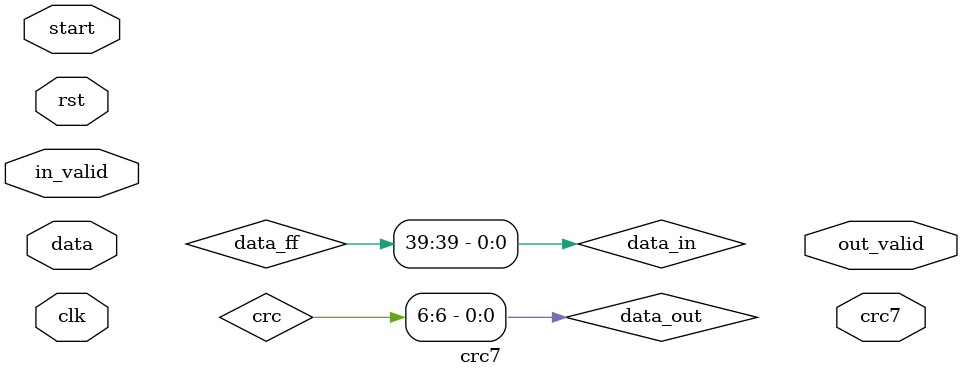
<source format=v>
module crc7(
        input clk,
        input in_valid,
        input start,
        input rst,
        input[39:0] data,
        output reg crc7,
        output reg out_valid
    );

reg[6:0] crc,crc_wr,poly,cnt;
reg[39:0] data_ff;
reg working_f;
wire done_f = cnt == 0;
reg done_ff;

always @(posedge clk)
begin
    if(rst)
    begin
        working_f <= 0;
        done_ff  <= 0;
    end
    else if(done_f)
    begin
        working_f <= 0;
        done_ff    <= 1;
    end
    else if(start)
    begin
        working_f <= 1;
    end
end

always @(posedge clk)
begin
    if(rst)
    begin
        data_ff <= 0;
        cnt     <= 39;
    end
    else if(done_f)
    begin
        cnt <= 39;
    end
    else if(in_valid)
    begin
        data_ff <= data;
    end
    else if(working_f)
    begin
        data_ff <=  data_ff << 1;
        cnt <= cnt - 1;
    end
end

integer i;
wire data_out = crc[6];
wire data_in  = data_ff[39];
always @(posedge clk)
begin
    if(rst)
    begin
        crc <= 0 ;
    end
    else if(working_f)
    begin
        crc[0] <= data_out ^ data_in;
        crc[1] <= crc[0];
        crc[2] <= crc[1];
        crc[3] <= crc[2] ^ (data_out ^ data_in);
        crc[4] <= crc[3];
        crc[5] <= crc[4];
        crc[6] <= crc[5];
    end
end

endmodule

</source>
